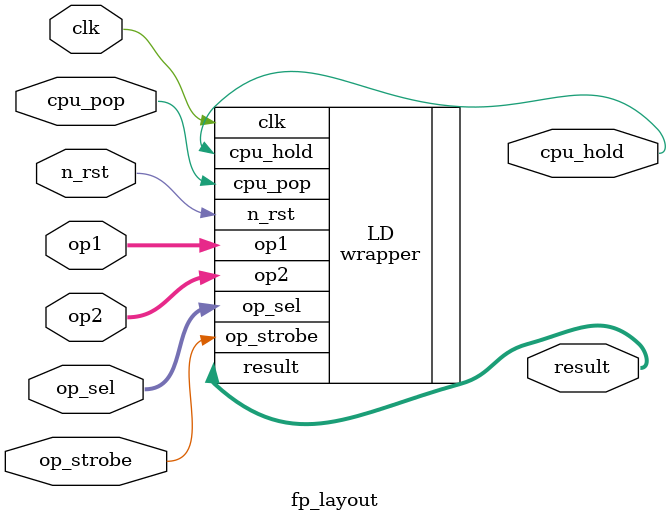
<source format=sv>
module fp_layout (
  input wire clk,
  input wire n_rst,
  input wire [31:0] op1,
  input wire [31:0] op2,
  input wire [2:0] op_sel,
  input wire op_strobe,
  input wire cpu_pop,
  output wire cpu_hold,
  output reg [31:0] result
);

wrapper LD (
  .clk(clk),
  .n_rst(n_rst),
  .op1(op1),
  .op2(op2),
  .op_sel(op_sel),
  .op_strobe(op_strobe),
  .cpu_pop(cpu_pop),
  .cpu_hold(cpu_hold),
  .result(result)
);
endmodule

</source>
